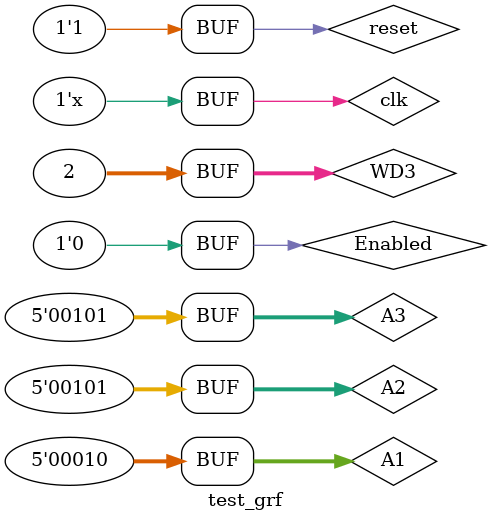
<source format=v>
`timescale 1ns / 1ps


module test_grf;

	// Inputs
	reg clk;
	reg Enabled;
	reg reset;
	reg [4:0] A1;
	reg [4:0] A2;
	reg [4:0] A3;
	reg [31:0] WD3;

	// Outputs
	wire [31:0] RD1;
	wire [31:0] RD2;

	// Instantiate the Unit Under Test (UUT)
	GRF uut (
		.clk(clk), 
		.Enabled(Enabled), 
		.reset(reset), 
		.A1(A1), 
		.A2(A2), 
		.A3(A3), 
		.WD3(WD3), 
		.RD1(RD1), 
		.RD2(RD2)
	);

	initial begin
		// Initialize Inputs
		clk = 0;
		Enabled = 0;
		reset = 0;
		A1 = 0;
		A2 = 0;
		A3 = 0;
		WD3 = 0;

		// Wait 100 ns for global reset to finish
		#10;
      Enabled=1;
		A3=2;
		WD3=16499;
		A1=2;
		#10;
		A3=5;
		WD3=165464;
		A2=5;
		#10;
		Enabled=0;
		WD3=2;
		#10;
		reset=1;

	end
   always #5 clk=~clk;
endmodule


</source>
